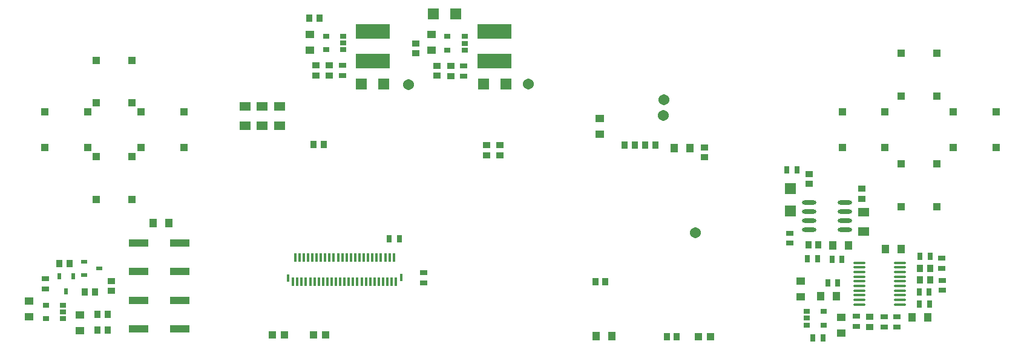
<source format=gtp>
%FSLAX25Y25*%
%MOIN*%
G70*
G01*
G75*
G04 Layer_Color=8421504*
%ADD10R,0.04331X0.03937*%
%ADD11R,0.05000X0.04000*%
%ADD12R,0.03937X0.02756*%
%ADD13R,0.04000X0.03500*%
%ADD14R,0.04000X0.05000*%
%ADD15R,0.02756X0.03937*%
%ADD16R,0.03500X0.04000*%
%ADD17R,0.05906X0.04724*%
%ADD18R,0.06496X0.06299*%
%ADD19O,0.07874X0.02362*%
%ADD20O,0.06693X0.01378*%
%ADD21R,0.03543X0.02559*%
%ADD22C,0.06063*%
%ADD23R,0.06299X0.06496*%
%ADD24R,0.03347X0.02362*%
%ADD25R,0.02362X0.03347*%
%ADD26R,0.18504X0.07874*%
%ADD27R,0.01575X0.03937*%
%ADD28R,0.01181X0.04724*%
%ADD29R,0.03937X0.04331*%
%ADD30R,0.10827X0.03937*%
%ADD31C,0.01000*%
%ADD32C,0.00700*%
%ADD33C,0.01200*%
%ADD34C,0.06000*%
%ADD35C,0.02000*%
%ADD36C,0.04000*%
%ADD37C,0.03000*%
%ADD38R,0.18110X0.12598*%
%ADD39R,0.27559X0.09055*%
%ADD40R,0.27953X0.09449*%
%ADD41R,0.11417X0.12992*%
%ADD42R,0.05906X0.07874*%
%ADD43R,0.05906X0.05906*%
%ADD44C,0.05906*%
%ADD45C,0.11811*%
%ADD46C,0.07874*%
%ADD47C,0.02400*%
%ADD48C,0.06693*%
%ADD49C,0.04724*%
%ADD50C,0.05512*%
%ADD51C,0.03937*%
%ADD52C,0.04000*%
%ADD53R,0.05000X0.12000*%
%ADD54O,0.09843X0.05906*%
%ADD55R,0.07677X0.05512*%
%ADD56R,0.03150X0.06299*%
%ADD57R,0.03347X0.06299*%
%ADD58R,0.06299X0.13780*%
%ADD59R,0.05906X0.12205*%
%ADD60R,0.05512X0.13780*%
%ADD61R,0.04724X0.12205*%
%ADD62O,0.01378X0.06693*%
%ADD63R,0.02559X0.04331*%
%ADD64R,0.14567X0.05906*%
%ADD65R,0.07087X0.09449*%
%ADD66R,0.07087X0.07480*%
%ADD67R,0.01575X0.05906*%
%ADD68R,0.00984X0.02756*%
%ADD69R,0.05512X0.00984*%
%ADD70R,0.02756X0.00984*%
G04:AMPARAMS|DCode=71|XSize=27.56mil|YSize=9.84mil|CornerRadius=3.69mil|HoleSize=0mil|Usage=FLASHONLY|Rotation=0.000|XOffset=0mil|YOffset=0mil|HoleType=Round|Shape=RoundedRectangle|*
%AMROUNDEDRECTD71*
21,1,0.02756,0.00246,0,0,0.0*
21,1,0.02018,0.00984,0,0,0.0*
1,1,0.00738,0.01009,-0.00123*
1,1,0.00738,-0.01009,-0.00123*
1,1,0.00738,-0.01009,0.00123*
1,1,0.00738,0.01009,0.00123*
%
%ADD71ROUNDEDRECTD71*%
%ADD72R,0.04724X0.02362*%
%ADD73R,0.13780X0.04724*%
%ADD74R,0.13386X0.07874*%
%ADD75R,0.01378X0.11811*%
%ADD76R,0.11811X0.12598*%
%ADD77R,0.07874X0.18504*%
%ADD78R,0.07874X0.05512*%
%ADD79R,0.05512X0.02362*%
%ADD80R,0.05512X0.02953*%
%ADD81R,0.03150X0.05118*%
%ADD82R,0.02362X0.04724*%
%ADD83R,0.06071X0.06000*%
%ADD84R,0.06000X0.06000*%
%ADD85C,0.01258*%
%ADD86C,0.00787*%
%ADD87C,0.00500*%
%ADD88C,0.00984*%
%ADD89C,0.02362*%
%ADD90C,0.00780*%
%ADD91C,0.00600*%
%ADD92C,0.00800*%
%ADD93R,0.12050X0.04000*%
%ADD94R,0.04000X0.12050*%
%ADD95R,0.07480X0.11811*%
%ADD96R,0.11811X0.07480*%
D10*
X-112043Y-103800D02*
D03*
X-105350Y-103800D02*
D03*
X-127751Y-103800D02*
D03*
X-134443Y-103800D02*
D03*
X100197Y-104724D02*
D03*
X106890Y-104724D02*
D03*
X211772Y-9331D02*
D03*
Y-32953D02*
D03*
X231457D02*
D03*
Y-9331D02*
D03*
Y28071D02*
D03*
Y51693D02*
D03*
X211772D02*
D03*
Y28071D02*
D03*
X-211772Y24134D02*
D03*
Y47756D02*
D03*
X-231457D02*
D03*
Y24134D02*
D03*
Y-5394D02*
D03*
Y-29016D02*
D03*
X-211772D02*
D03*
Y-5394D02*
D03*
D11*
X178859Y-102751D02*
D03*
Y-94100D02*
D03*
X156500Y-74175D02*
D03*
Y-82825D02*
D03*
X45669Y15743D02*
D03*
Y7092D02*
D03*
X-46850Y53155D02*
D03*
Y61806D02*
D03*
X-113779Y53150D02*
D03*
Y61800D02*
D03*
X-268650Y-85175D02*
D03*
Y-93825D02*
D03*
X-240650Y-92675D02*
D03*
Y-101325D02*
D03*
D12*
X187000Y-93500D02*
D03*
Y-99012D02*
D03*
X202500Y-99256D02*
D03*
Y-93744D02*
D03*
X209500D02*
D03*
Y-99256D02*
D03*
X234252Y-66929D02*
D03*
Y-61417D02*
D03*
X234390Y-79181D02*
D03*
Y-73669D02*
D03*
X150394Y-47638D02*
D03*
Y-53150D02*
D03*
X-51300Y-75056D02*
D03*
Y-69544D02*
D03*
X-29134Y44488D02*
D03*
Y38976D02*
D03*
X-96063Y44888D02*
D03*
Y39376D02*
D03*
X-259650Y-72744D02*
D03*
Y-78256D02*
D03*
D13*
X194500Y-99250D02*
D03*
Y-93750D02*
D03*
X190157Y-28734D02*
D03*
Y-23234D02*
D03*
X161024Y-20467D02*
D03*
Y-14966D02*
D03*
X103543Y-5900D02*
D03*
Y-400D02*
D03*
X-16535Y-4719D02*
D03*
Y781D02*
D03*
X-9105Y-4719D02*
D03*
Y781D02*
D03*
X-55512Y57081D02*
D03*
Y51581D02*
D03*
X-36270Y39095D02*
D03*
Y44595D02*
D03*
X-43751Y39101D02*
D03*
Y44601D02*
D03*
X-103200Y39382D02*
D03*
Y44882D02*
D03*
X-110630Y39382D02*
D03*
Y44882D02*
D03*
X-223150Y-79500D02*
D03*
Y-74000D02*
D03*
D14*
X226373Y-94095D02*
D03*
X217722D02*
D03*
X211684Y-56425D02*
D03*
X203033D02*
D03*
X174026Y-54331D02*
D03*
X182677D02*
D03*
X176184Y-82425D02*
D03*
X167533D02*
D03*
X43711Y-104331D02*
D03*
X52362D02*
D03*
X-200325Y-42000D02*
D03*
X-191675D02*
D03*
X86620Y-787D02*
D03*
X95270D02*
D03*
D15*
X221847Y-86713D02*
D03*
X227359D02*
D03*
X227115Y-79925D02*
D03*
X221603D02*
D03*
X222103Y-60425D02*
D03*
X227615D02*
D03*
X154331Y-12593D02*
D03*
X148819D02*
D03*
X173622Y-62205D02*
D03*
X179134D02*
D03*
X165748Y-61811D02*
D03*
X160236D02*
D03*
X171347Y-74925D02*
D03*
X176859D02*
D03*
X168756Y-105500D02*
D03*
X163244D02*
D03*
X-70079Y-50787D02*
D03*
X-64567D02*
D03*
D16*
X222109Y-73425D02*
D03*
X227609D02*
D03*
X222109Y-66925D02*
D03*
X227609D02*
D03*
X166136Y-53937D02*
D03*
X160636D02*
D03*
X88183Y-104724D02*
D03*
X82683D02*
D03*
X76372Y787D02*
D03*
X70872D02*
D03*
X59455D02*
D03*
X64955D02*
D03*
X-114167Y70866D02*
D03*
X-108667D02*
D03*
X-246400Y-64500D02*
D03*
X-251900D02*
D03*
X-230900Y-101000D02*
D03*
X-225400D02*
D03*
Y-92500D02*
D03*
X-230900D02*
D03*
X-232283Y-79921D02*
D03*
X-237784D02*
D03*
X-106305Y1181D02*
D03*
X-111805D02*
D03*
X48813Y-74410D02*
D03*
X43313D02*
D03*
D17*
X190945Y-46654D02*
D03*
Y-36024D02*
D03*
X-130709Y22244D02*
D03*
Y11614D02*
D03*
X-140157Y22244D02*
D03*
Y11614D02*
D03*
X-149606Y22244D02*
D03*
Y11614D02*
D03*
D18*
X150787Y-35433D02*
D03*
Y-22933D02*
D03*
D19*
X161024Y-30689D02*
D03*
Y-35689D02*
D03*
Y-40689D02*
D03*
Y-45689D02*
D03*
X180709Y-30689D02*
D03*
Y-35689D02*
D03*
Y-40689D02*
D03*
Y-45689D02*
D03*
D20*
X188638Y-63909D02*
D03*
Y-66469D02*
D03*
Y-69028D02*
D03*
Y-71587D02*
D03*
Y-74146D02*
D03*
Y-76705D02*
D03*
Y-79264D02*
D03*
Y-81823D02*
D03*
Y-84382D02*
D03*
Y-86941D02*
D03*
X211079Y-63909D02*
D03*
Y-66469D02*
D03*
Y-69028D02*
D03*
Y-71587D02*
D03*
Y-74146D02*
D03*
Y-76705D02*
D03*
Y-79264D02*
D03*
Y-81823D02*
D03*
Y-84382D02*
D03*
Y-86941D02*
D03*
D21*
X159776Y-90760D02*
D03*
Y-94500D02*
D03*
Y-98240D02*
D03*
X169224D02*
D03*
Y-90760D02*
D03*
X-28740Y53347D02*
D03*
Y57087D02*
D03*
Y60827D02*
D03*
X-38189D02*
D03*
Y53347D02*
D03*
X-95579Y53516D02*
D03*
Y57256D02*
D03*
Y60996D02*
D03*
X-105028D02*
D03*
Y53516D02*
D03*
X-249925Y-94740D02*
D03*
Y-91000D02*
D03*
Y-87260D02*
D03*
X-259374D02*
D03*
Y-94740D02*
D03*
D22*
X98425Y-47244D02*
D03*
X6299Y34646D02*
D03*
X-59449Y34252D02*
D03*
X81102Y26002D02*
D03*
X80709Y17323D02*
D03*
D23*
X-5906Y34646D02*
D03*
X-18406D02*
D03*
X-73228D02*
D03*
X-85728D02*
D03*
X-46063Y73228D02*
D03*
X-33563D02*
D03*
D24*
X-238382Y-63260D02*
D03*
Y-70740D02*
D03*
X-229917Y-67000D02*
D03*
D25*
X-244409Y-71268D02*
D03*
X-251890D02*
D03*
X-248150Y-79732D02*
D03*
D26*
X-79134Y63598D02*
D03*
Y47425D02*
D03*
X-12205Y63598D02*
D03*
Y47425D02*
D03*
D27*
X-125945Y-72520D02*
D03*
X-63740Y-72126D02*
D03*
D28*
X-79488Y-61102D02*
D03*
X-72402D02*
D03*
X-80669Y-74488D02*
D03*
X-96024Y-61102D02*
D03*
X-88937D02*
D03*
X-112559D02*
D03*
X-111378Y-74488D02*
D03*
X-104291D02*
D03*
X-97205D02*
D03*
X-87756D02*
D03*
X-119646Y-61102D02*
D03*
X-120827Y-74488D02*
D03*
X-70039Y-61102D02*
D03*
X-67677D02*
D03*
X-68858Y-74488D02*
D03*
X-71220D02*
D03*
X-66496D02*
D03*
X-77126Y-61102D02*
D03*
X-74764D02*
D03*
X-78307Y-74488D02*
D03*
X-73583D02*
D03*
X-75945D02*
D03*
X-84213Y-61102D02*
D03*
X-86575D02*
D03*
X-81850D02*
D03*
X-85394Y-74488D02*
D03*
X-83031D02*
D03*
X-93661Y-61102D02*
D03*
X-91299D02*
D03*
X-92480Y-74488D02*
D03*
X-94843D02*
D03*
X-90118D02*
D03*
X-100748Y-61102D02*
D03*
X-103110D02*
D03*
X-98386D02*
D03*
X-101929Y-74488D02*
D03*
X-99567D02*
D03*
X-110197Y-61102D02*
D03*
X-105473D02*
D03*
X-107835D02*
D03*
X-109016Y-74488D02*
D03*
X-106654D02*
D03*
X-117283Y-61102D02*
D03*
X-114921D02*
D03*
X-118465Y-74488D02*
D03*
X-116102D02*
D03*
X-113740D02*
D03*
X-122008Y-61102D02*
D03*
X-123189Y-74488D02*
D03*
D29*
X-236378Y19213D02*
D03*
X-260000D02*
D03*
Y-472D02*
D03*
X-236378D02*
D03*
X202913Y19213D02*
D03*
X179291D02*
D03*
Y-472D02*
D03*
X202913D02*
D03*
X240315D02*
D03*
X263937D02*
D03*
Y19213D02*
D03*
X240315D02*
D03*
X-206850Y-472D02*
D03*
X-183228D02*
D03*
Y19213D02*
D03*
X-206850D02*
D03*
D30*
X-185531Y-84646D02*
D03*
X-208169D02*
D03*
X-185531Y-100394D02*
D03*
X-208169D02*
D03*
Y-68898D02*
D03*
X-185531D02*
D03*
X-208169Y-53150D02*
D03*
X-185531D02*
D03*
M02*

</source>
